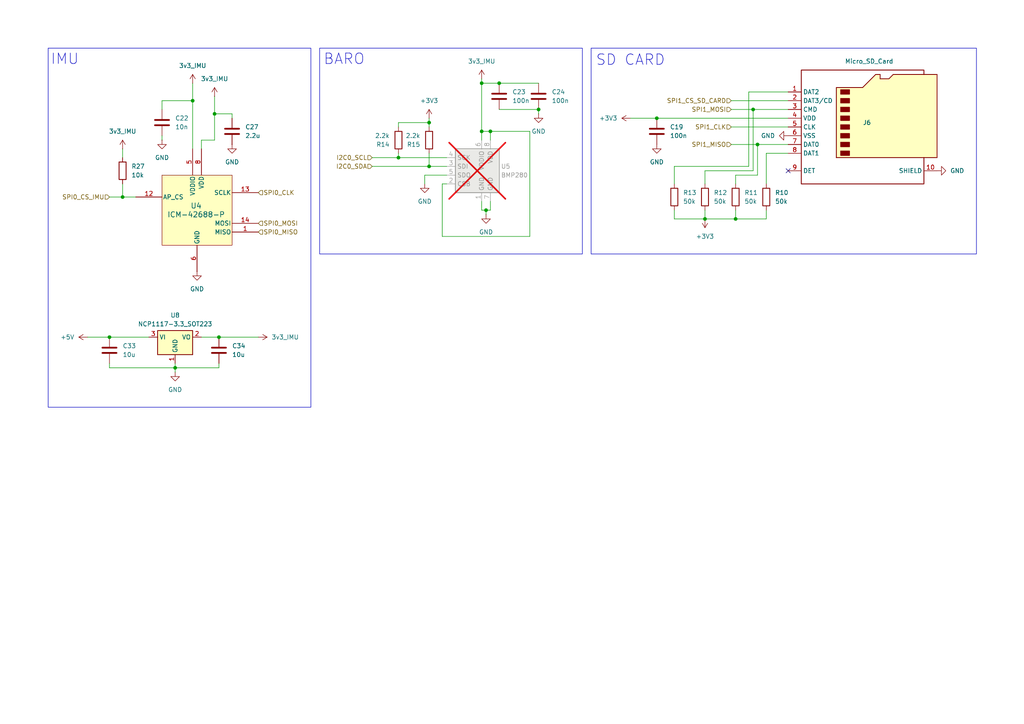
<source format=kicad_sch>
(kicad_sch (version 20250114) (generator "eeschema") (generator_version "9.0")
  (paper "A4")
  (lib_symbols
    (symbol "Device:C" (pin_numbers (hide yes)) (pin_names (offset 0.254))
      (property "Reference" "C" (at 0.635 2.54 0))
      (property "Value" "C" (at 0.635 -2.54 0))
      (symbol "C_0_1"
        (polyline (pts (xy -2.032 0.762) (xy 2.032 0.762)) (stroke (width 0.508)))
        (polyline (pts (xy -2.032 -0.762) (xy 2.032 -0.762)) (stroke (width 0.508)))
      )
      (symbol "C_1_1"
        (pin passive line (at 0 3.81 270) (length 2.794) (name "~") (number "1"))
        (pin passive line (at 0 -3.81 90) (length 2.794) (name "~") (number "2"))
      )
    )
    (symbol "Device:R" (pin_numbers (hide yes)) (pin_names (offset 0))
      (property "Reference" "R" (at 2.032 0 90))
      (property "Value" "R" (at 0 0 90))
      (symbol "R_0_1"
        (rectangle (start -1.016 -2.54) (end 1.016 2.54) (stroke (width 0.254)))
      )
      (symbol "R_1_1"
        (pin passive line (at 0 3.81 270) (length 1.27) (name "~") (number "1"))
        (pin passive line (at 0 -3.81 90) (length 1.27) (name "~") (number "2"))
      )
    )
    (symbol "Regulator_Linear:NCP1117-3.3_SOT223"
      (property "Reference" "U" (at -3.81 3.175 0))
      (property "Value" "NCP1117-3.3_SOT223" (at 0 3.175 0))
      (symbol "NCP1117-3.3_SOT223_0_1"
        (rectangle (start -5.08 -5.08) (end 5.08 1.905) (stroke (width 0.254)) (fill (type background)))
      )
      (symbol "NCP1117-3.3_SOT223_1_1"
        (pin power_in line (at -7.62 0 0) (length 2.54) (name "VI") (number "3"))
        (pin power_in line (at 0 -7.62 90) (length 2.54) (name "GND") (number "1"))
        (pin power_out line (at 7.62 0 180) (length 2.54) (name "VO") (number "2"))
      )
    )
    (symbol "Sensor_Pressure:BMP280"
      (property "Reference" "U" (at -7.62 10.16 0))
      (property "Value" "BMP280" (at 5.08 10.16 0))
      (symbol "BMP280_0_1"
        (rectangle (start -7.62 -5.08) (end 5.08 7.62) (stroke (width 0.254)) (fill (type background)))
      )
      (symbol "BMP280_1_1"
        (pin input line (at -10.16 5.08 0) (length 2.54) (name "SCK") (number "4"))
        (pin bidirectional line (at -10.16 2.54 0) (length 2.54) (name "SDI") (number "3"))
        (pin bidirectional line (at -10.16 0 0) (length 2.54) (name "SDO") (number "5"))
        (pin input line (at -10.16 -2.54 0) (length 2.54) (name "CSB") (number "2"))
        (pin power_in line (at 0 10.16 270) (length 2.54) (name "VDDIO") (number "6"))
        (pin power_in line (at 0 -7.62 90) (length 2.54) (name "GND") (number "1"))
        (pin power_in line (at 2.54 10.16 270) (length 2.54) (name "VDD") (number "8"))
        (pin power_in line (at 2.54 -7.62 90) (length 2.54) (name "GND") (number "7"))
      )
    )
    (symbol "fc_board:3v3_IMU" (power) (pin_numbers (hide yes)) (pin_names (offset 0) (hide yes))
      (property "Value" "3v3_IMU" (at 0 3.556 0))
      (symbol "3v3_IMU_0_1"
        (polyline (pts (xy -0.762 1.27) (xy 0 2.54)))
        (polyline (pts (xy 0 2.54) (xy 0.762 1.27)))
        (polyline (pts (xy 0 0) (xy 0 2.54)))
      )
      (symbol "3v3_IMU_1_1"
        (pin power_in line (at 0 0 90) (length 0) (name "~") (number "1"))
      )
    )
    (symbol "fc_board:ICM-42688-P" (pin_names (offset 0.254))
      (property "Reference" "U" (at 0 1.778 0))
      (property "Value" "ICM-42688-P" (at 0 -0.762 0))
      (symbol "ICM-42688-P_0_1"
        (pin input line (at -17.78 3.81 0) (length 7.62) (name "AP_CS") (number "12"))
        (pin no_connect line (at -17.78 -3.81 0) (length 7.62) (hide yes) (name "RESV") (number "10"))
        (pin no_connect line (at -17.78 -3.81 0) (length 7.62) (hide yes) (name "RESV") (number "11"))
        (pin no_connect line (at -17.78 -3.81 0) (length 7.62) (hide yes) (name "RESV") (number "2"))
        (pin no_connect line (at -17.78 -3.81 0) (length 7.62) (hide yes) (name "RESV") (number "3"))
        (pin bidirectional line (at -17.78 -3.81 0) (length 7.62) (hide yes) (name "INT1/INT") (number "4"))
        (pin no_connect line (at -17.78 -3.81 0) (length 7.62) (hide yes) (name "RESV") (number "7"))
        (pin bidirectional line (at -17.78 -3.81 0) (length 7.62) (hide yes) (name "INT2/FSYNC/CLKIN") (number "9"))
        (pin power_in line (at -1.27 17.78 270) (length 7.62) (name "VDDIO") (number "5"))
        (pin power_out line (at 0 -17.78 90) (length 7.62) (name "GND") (number "6"))
        (pin power_in line (at 1.27 17.78 270) (length 7.62) (name "VDD") (number "8"))
        (pin input line (at 17.78 5.08 180) (length 7.62) (name "SCLK") (number "13"))
        (pin bidirectional line (at 17.78 -3.81 180) (length 7.62) (name "MOSI") (number "14"))
        (pin output line (at 17.78 -6.35 180) (length 7.62) (name "MISO") (number "1"))
      )
      (symbol "ICM-42688-P_1_1"
        (rectangle (start -10.16 10.16) (end 10.16 -10.16) (fill (type background)))
      )
    )
    (symbol "fc_board:Micro_SD_Card"
      (property "Reference" "J" (at -16.51 17.78 0))
      (property "Value" "Micro_SD_Card" (at 16.51 17.78 0))
      (symbol "Micro_SD_Card_0_1"
        (polyline (pts (xy -8.89 -8.89) (xy -8.89 11.43) (xy -1.27 11.43) (xy 2.54 15.24) (xy 3.81 15.24) (xy 3.81 13.97) (xy 6.35 13.97) (xy 7.62 15.24) (xy 20.32 15.24) (xy 20.32 -8.89) (xy -8.89 -8.89)) (stroke (width 0.254)) (fill (type background)))
        (rectangle (start -7.62 10.795) (end -5.08 9.525) (stroke (width 0.254)) (fill (type outline)))
        (rectangle (start -7.62 8.255) (end -5.08 6.985) (stroke (width 0.254)) (fill (type outline)))
        (rectangle (start -7.62 5.715) (end -5.08 4.445) (stroke (width 0.254)) (fill (type outline)))
        (rectangle (start -7.62 3.175) (end -5.08 1.905) (stroke (width 0.254)) (fill (type outline)))
        (rectangle (start -7.62 0.635) (end -5.08 -0.635) (stroke (width 0.254)) (fill (type outline)))
        (rectangle (start -7.62 -1.905) (end -5.08 -3.175) (stroke (width 0.254)) (fill (type outline)))
        (rectangle (start -7.62 -4.445) (end -5.08 -5.715) (stroke (width 0.254)) (fill (type outline)))
        (rectangle (start -7.62 -6.985) (end -5.08 -8.255) (stroke (width 0.254)) (fill (type outline)))
        (polyline (pts (xy 16.51 15.24) (xy 16.51 16.51) (xy -19.05 16.51) (xy -19.05 -16.51) (xy 16.51 -16.51) (xy 16.51 -8.89)) (stroke (width 0.254)))
      )
      (symbol "Micro_SD_Card_1_1"
        (pin bidirectional line (at -22.86 10.16 0) (length 3.81) (name "DAT2") (number "1"))
        (pin bidirectional line (at -22.86 7.62 0) (length 3.81) (name "DAT3/CD") (number "2"))
        (pin input line (at -22.86 5.08 0) (length 3.81) (name "CMD") (number "3"))
        (pin power_in line (at -22.86 2.54 0) (length 3.81) (name "VDD") (number "4"))
        (pin input line (at -22.86 0 0) (length 3.81) (name "CLK") (number "5"))
        (pin power_in line (at -22.86 -2.54 0) (length 3.81) (name "VSS") (number "6"))
        (pin bidirectional line (at -22.86 -5.08 0) (length 3.81) (name "DAT0") (number "7"))
        (pin bidirectional line (at -22.86 -7.62 0) (length 3.81) (name "DAT1") (number "8"))
        (pin passive line (at -22.86 -12.7 0) (length 3.81) (name "DET") (number "9"))
        (pin passive line (at 20.32 -12.7 180) (length 3.81) (name "SHIELD") (number "10"))
        (pin passive line (at 20.32 -12.7 180) (length 3.81) (hide yes) (name "SHIELD") (number "G1"))
        (pin passive line (at 20.32 -12.7 180) (length 3.81) (hide yes) (name "SHIELD") (number "G2"))
        (pin passive line (at 20.32 -12.7 180) (length 3.81) (hide yes) (name "SHIELD") (number "G3"))
        (pin passive line (at 20.32 -12.7 180) (length 3.81) (hide yes) (name "SHIELD") (number "G4"))
      )
    )
    (symbol "power:+3V3" (power) (pin_numbers (hide yes)) (pin_names (offset 0) (hide yes))
      (property "Value" "+3V3" (at 0 3.556 0))
      (symbol "+3V3_0_1"
        (polyline (pts (xy -0.762 1.27) (xy 0 2.54)))
        (polyline (pts (xy 0 2.54) (xy 0.762 1.27)))
        (polyline (pts (xy 0 0) (xy 0 2.54)))
      )
      (symbol "+3V3_1_1"
        (pin power_in line (at 0 0 90) (length 0) (name "~") (number "1"))
      )
    )
    (symbol "power:+5V" (power) (pin_numbers (hide yes)) (pin_names (offset 0) (hide yes))
      (property "Value" "+5V" (at 0 3.556 0))
      (symbol "+5V_0_1"
        (polyline (pts (xy -0.762 1.27) (xy 0 2.54)))
        (polyline (pts (xy 0 2.54) (xy 0.762 1.27)))
        (polyline (pts (xy 0 0) (xy 0 2.54)))
      )
      (symbol "+5V_1_1"
        (pin power_in line (at 0 0 90) (length 0) (name "~") (number "1"))
      )
    )
    (symbol "power:GND" (power) (pin_numbers (hide yes)) (pin_names (offset 0) (hide yes))
      (property "Value" "GND" (at 0 -3.81 0))
      (symbol "GND_0_1"
        (polyline (pts (xy 0 0) (xy 0 -1.27) (xy 1.27 -1.27) (xy 0 -2.54) (xy -1.27 -1.27) (xy 0 -1.27)))
      )
      (symbol "GND_1_1"
        (pin power_in line (at 0 0 270) (length 0) (name "~") (number "1"))
      )
    )
  )
  (rectangle (start 171.45 13.97) (end 283.21 73.66))
  (rectangle (start 92.71 13.97) (end 168.91 73.66))
  (rectangle (start 13.97 13.97) (end 90.17 118.11))
  (text "IMU" (at 18.796 17.272 0) (effects (font (size 3.048 3.048))))
  (text "BARO" (at 99.822 17.272 0) (effects (font (size 3.048 3.048))))
  (text "SD CARD" (at 182.88 17.526 0) (effects (font (size 3.048 3.048))))
  (junction (at 219.71 41.91))
  (junction (at 124.46 35.56))
  (junction (at 213.36 63.5))
  (junction (at 31.75 97.79))
  (junction (at 144.78 24.13))
  (junction (at 140.97 60.96))
  (junction (at 62.23 33.02))
  (junction (at 190.5 34.29))
  (junction (at 124.46 48.26))
  (junction (at 115.57 45.72))
  (junction (at 218.44 31.75))
  (junction (at 50.8 106.68))
  (junction (at 35.56 57.15))
  (junction (at 63.5 97.79))
  (junction (at 156.21 31.75))
  (junction (at 139.7 24.13))
  (junction (at 142.24 38.1))
  (junction (at 139.7 38.1))
  (junction (at 204.47 63.5))
  (junction (at 55.88 29.21))
  (no_connect (at 228.6 49.53))
  (wire (pts (xy 50.8 106.68) (xy 50.8 105.41)))
  (wire (pts (xy 139.7 58.42) (xy 139.7 60.96)))
  (wire (pts (xy 107.95 45.72) (xy 115.57 45.72)))
  (wire (pts (xy 156.21 33.02) (xy 156.21 31.75)))
  (wire (pts (xy 190.5 34.29) (xy 228.6 34.29)))
  (wire (pts (xy 139.7 22.86) (xy 139.7 24.13)))
  (wire (pts (xy 63.5 106.68) (xy 50.8 106.68)))
  (wire (pts (xy 62.23 27.94) (xy 62.23 33.02)))
  (wire (pts (xy 128.27 68.58) (xy 153.67 68.58)))
  (wire (pts (xy 31.75 105.41) (xy 31.75 106.68)))
  (wire (pts (xy 124.46 34.29) (xy 124.46 35.56)))
  (wire (pts (xy 46.99 31.75) (xy 46.99 29.21)))
  (wire (pts (xy 217.17 48.26) (xy 195.58 48.26)))
  (wire (pts (xy 115.57 45.72) (xy 129.54 45.72)))
  (wire (pts (xy 182.88 34.29) (xy 190.5 34.29)))
  (wire (pts (xy 31.75 97.79) (xy 43.18 97.79)))
  (wire (pts (xy 124.46 44.45) (xy 124.46 48.26)))
  (wire (pts (xy 144.78 24.13) (xy 156.21 24.13)))
  (wire (pts (xy 142.24 38.1) (xy 153.67 38.1)))
  (wire (pts (xy 212.09 36.83) (xy 228.6 36.83)))
  (wire (pts (xy 62.23 33.02) (xy 67.31 33.02)))
  (wire (pts (xy 62.23 33.02) (xy 62.23 40.64)))
  (wire (pts (xy 222.25 44.45) (xy 222.25 53.34)))
  (wire (pts (xy 228.6 26.67) (xy 217.17 26.67)))
  (wire (pts (xy 124.46 48.26) (xy 129.54 48.26)))
  (wire (pts (xy 35.56 57.15) (xy 39.37 57.15)))
  (wire (pts (xy 142.24 60.96) (xy 142.24 58.42)))
  (wire (pts (xy 213.36 63.5) (xy 222.25 63.5)))
  (wire (pts (xy 46.99 29.21) (xy 55.88 29.21)))
  (wire (pts (xy 218.44 49.53) (xy 204.47 49.53)))
  (wire (pts (xy 139.7 60.96) (xy 140.97 60.96)))
  (wire (pts (xy 58.42 40.64) (xy 58.42 43.18)))
  (wire (pts (xy 219.71 41.91) (xy 228.6 41.91)))
  (wire (pts (xy 55.88 24.13) (xy 55.88 29.21)))
  (wire (pts (xy 128.27 53.34) (xy 129.54 53.34)))
  (wire (pts (xy 195.58 63.5) (xy 204.47 63.5)))
  (wire (pts (xy 139.7 38.1) (xy 139.7 40.64)))
  (wire (pts (xy 139.7 24.13) (xy 144.78 24.13)))
  (wire (pts (xy 107.95 48.26) (xy 124.46 48.26)))
  (wire (pts (xy 212.09 41.91) (xy 219.71 41.91)))
  (wire (pts (xy 212.09 31.75) (xy 218.44 31.75)))
  (wire (pts (xy 123.19 53.34) (xy 123.19 50.8)))
  (wire (pts (xy 50.8 107.95) (xy 50.8 106.68)))
  (wire (pts (xy 195.58 60.96) (xy 195.58 63.5)))
  (wire (pts (xy 115.57 35.56) (xy 124.46 35.56)))
  (wire (pts (xy 115.57 35.56) (xy 115.57 36.83)))
  (wire (pts (xy 67.31 33.02) (xy 67.31 34.29)))
  (wire (pts (xy 228.6 44.45) (xy 222.25 44.45)))
  (wire (pts (xy 35.56 43.18) (xy 35.56 45.72)))
  (wire (pts (xy 212.09 29.21) (xy 228.6 29.21)))
  (wire (pts (xy 218.44 31.75) (xy 218.44 49.53)))
  (wire (pts (xy 204.47 49.53) (xy 204.47 53.34)))
  (wire (pts (xy 128.27 53.34) (xy 128.27 68.58)))
  (wire (pts (xy 139.7 38.1) (xy 142.24 38.1)))
  (wire (pts (xy 222.25 63.5) (xy 222.25 60.96)))
  (wire (pts (xy 115.57 44.45) (xy 115.57 45.72)))
  (wire (pts (xy 213.36 60.96) (xy 213.36 63.5)))
  (wire (pts (xy 63.5 97.79) (xy 74.93 97.79)))
  (wire (pts (xy 140.97 62.23) (xy 140.97 60.96)))
  (wire (pts (xy 31.75 57.15) (xy 35.56 57.15)))
  (wire (pts (xy 35.56 53.34) (xy 35.56 57.15)))
  (wire (pts (xy 139.7 24.13) (xy 139.7 38.1)))
  (wire (pts (xy 144.78 31.75) (xy 156.21 31.75)))
  (wire (pts (xy 219.71 50.8) (xy 213.36 50.8)))
  (wire (pts (xy 218.44 31.75) (xy 228.6 31.75)))
  (wire (pts (xy 63.5 105.41) (xy 63.5 106.68)))
  (wire (pts (xy 195.58 48.26) (xy 195.58 53.34)))
  (wire (pts (xy 142.24 38.1) (xy 142.24 40.64)))
  (wire (pts (xy 204.47 63.5) (xy 213.36 63.5)))
  (wire (pts (xy 140.97 60.96) (xy 142.24 60.96)))
  (wire (pts (xy 124.46 35.56) (xy 124.46 36.83)))
  (wire (pts (xy 204.47 60.96) (xy 204.47 63.5)))
  (wire (pts (xy 123.19 50.8) (xy 129.54 50.8)))
  (wire (pts (xy 217.17 26.67) (xy 217.17 48.26)))
  (wire (pts (xy 55.88 29.21) (xy 55.88 43.18)))
  (wire (pts (xy 58.42 97.79) (xy 63.5 97.79)))
  (wire (pts (xy 62.23 40.64) (xy 58.42 40.64)))
  (wire (pts (xy 213.36 50.8) (xy 213.36 53.34)))
  (wire (pts (xy 153.67 68.58) (xy 153.67 38.1)))
  (wire (pts (xy 46.99 40.64) (xy 46.99 39.37)))
  (wire (pts (xy 25.4 97.79) (xy 31.75 97.79)))
  (wire (pts (xy 31.75 106.68) (xy 50.8 106.68)))
  (wire (pts (xy 219.71 41.91) (xy 219.71 50.8)))
  (hierarchical_label "SPI1_CLK" (shape input) (at 212.09 36.83 180))
  (hierarchical_label "SPI0_MISO" (shape input) (at 74.93 67.31 0))
  (hierarchical_label "I2C0_SCL" (shape input) (at 107.95 45.72 180))
  (hierarchical_label "SPI0_CLK" (shape input) (at 74.93 55.88 0))
  (hierarchical_label "SPI1_MISO" (shape input) (at 212.09 41.91 180))
  (hierarchical_label "I2C0_SDA" (shape input) (at 107.95 48.26 180))
  (hierarchical_label "SPI1_MOSI" (shape input) (at 212.09 31.75 180))
  (hierarchical_label "SPI0_MOSI" (shape input) (at 74.93 64.77 0))
  (hierarchical_label "SPI0_CS_IMU" (shape input) (at 31.75 57.15 180))
  (hierarchical_label "SPI1_CS_SD_CARD" (shape input) (at 212.09 29.21 180))
  (symbol (lib_id "Device:C") (at 190.5 38.1 0) (unit 1)
    (property "Reference" "C19" (at 194.31 36.8299 0) (effects (justify left)))
    (property "Value" "100n" (at 194.31 39.3699 0) (effects (justify left)))
    (property "Footprint" "Capacitor_SMD:C_0402_1005Metric" (effects (hide yes)))
    (property "Description" "Unpolarized capacitor" (effects (hide yes)))
  )
  (symbol (lib_id "Device:C") (at 31.75 101.6 0) (unit 1)
    (property "Reference" "C33" (at 35.56 100.3299 0) (effects (justify left)))
    (property "Value" "10u" (at 35.56 102.8699 0) (effects (justify left)))
    (property "Footprint" "Capacitor_SMD:C_0805_2012Metric" (effects (hide yes)))
    (property "Description" "Unpolarized capacitor" (effects (hide yes)))
  )
  (symbol (lib_id "power:+3V3") (at 124.46 34.29 0) (mirror y) (unit 1)
    (property "Reference" "#PWR043" (effects (hide yes)))
    (property "Value" "+3V3" (at 124.46 29.21 0))
    (property "Description" "Power symbol creates a global label with name \"+3V3\"" (effects (hide yes)))
  )
  (symbol (lib_id "power:GND") (at 67.31 41.91 0) (unit 1)
    (property "Reference" "#PWR067" (effects (hide yes)))
    (property "Value" "GND" (at 67.31 46.99 0))
    (property "Description" "Power symbol creates a global label with name \"GND\" , ground" (effects (hide yes)))
  )
  (symbol (lib_id "power:GND") (at 57.15 78.74 0) (unit 1)
    (property "Reference" "#PWR026" (effects (hide yes)))
    (property "Value" "GND" (at 57.15 83.82 0))
    (property "Description" "Power symbol creates a global label with name \"GND\" , ground" (effects (hide yes)))
  )
  (symbol (lib_id "power:GND") (at 190.5 41.91 0) (unit 1)
    (property "Reference" "#PWR044" (effects (hide yes)))
    (property "Value" "GND" (at 190.5 46.99 0))
    (property "Description" "Power symbol creates a global label with name \"GND\" , ground" (effects (hide yes)))
  )
  (symbol (lib_id "Device:R") (at 195.58 57.15 0) (unit 1)
    (property "Reference" "R13" (at 198.12 55.8799 0) (effects (justify left)))
    (property "Value" "50k" (at 198.12 58.4199 0) (effects (justify left)))
    (property "Footprint" "Resistor_SMD:R_0402_1005Metric" (effects (hide yes)))
    (property "Description" "Resistor" (effects (hide yes)))
  )
  (symbol (lib_id "fc_board:3v3_IMU") (at 62.23 27.94 0) (unit 1)
    (property "Reference" "#PWR087" (effects (hide yes)))
    (property "Value" "3v3_IMU" (at 62.23 22.86 0))
    (property "Description" "Power symbol creates a global label with name {dblquote}3v3_IMU{dblquote}" (effects (hide yes)))
  )
  (symbol (lib_id "Device:R") (at 204.47 57.15 0) (unit 1)
    (property "Reference" "R12" (at 207.01 55.8799 0) (effects (justify left)))
    (property "Value" "50k" (at 207.01 58.4199 0) (effects (justify left)))
    (property "Footprint" "Resistor_SMD:R_0402_1005Metric" (effects (hide yes)))
    (property "Description" "Resistor" (effects (hide yes)))
  )
  (symbol (lib_id "power:GND") (at 46.99 40.64 0) (unit 1)
    (property "Reference" "#PWR045" (effects (hide yes)))
    (property "Value" "GND" (at 46.99 45.72 0))
    (property "Description" "Power symbol creates a global label with name \"GND\" , ground" (effects (hide yes)))
  )
  (symbol (lib_id "fc_board:3v3_IMU") (at 55.88 24.13 0) (unit 1)
    (property "Reference" "#PWR028" (effects (hide yes)))
    (property "Value" "3v3_IMU" (at 55.88 19.05 0))
    (property "Description" "Power symbol creates a global label with name {dblquote}3v3_IMU{dblquote}" (effects (hide yes)))
  )
  (symbol (lib_id "power:GND") (at 228.6 39.37 270) (unit 1)
    (property "Reference" "#PWR042" (effects (hide yes)))
    (property "Value" "GND" (at 224.79 39.3699 90) (effects (justify right)))
    (property "Description" "Power symbol creates a global label with name \"GND\" , ground" (effects (hide yes)))
  )
  (symbol (lib_id "Device:R") (at 35.56 49.53 0) (unit 1)
    (property "Reference" "R27" (at 38.1 48.2599 0) (effects (justify left)))
    (property "Value" "10k" (at 38.1 50.7999 0) (effects (justify left)))
    (property "Footprint" "Resistor_SMD:R_0402_1005Metric" (effects (hide yes)))
    (property "Description" "Resistor" (effects (hide yes)))
  )
  (symbol (lib_id "Device:R") (at 222.25 57.15 0) (unit 1)
    (property "Reference" "R10" (at 224.79 55.8799 0) (effects (justify left)))
    (property "Value" "50k" (at 224.79 58.4199 0) (effects (justify left)))
    (property "Footprint" "Resistor_SMD:R_0402_1005Metric" (effects (hide yes)))
    (property "Description" "Resistor" (effects (hide yes)))
  )
  (symbol (lib_id "Device:C") (at 67.31 38.1 180) (unit 1)
    (property "Reference" "C27" (at 71.12 36.8299 0) (effects (justify right)))
    (property "Value" "2.2u" (at 71.12 39.3699 0) (effects (justify right)))
    (property "Footprint" "Capacitor_SMD:C_0402_1005Metric" (effects (hide yes)))
    (property "Description" "Unpolarized capacitor" (effects (hide yes)))
  )
  (symbol (lib_id "fc_board:3v3_IMU") (at 35.56 43.18 0) (unit 1)
    (property "Reference" "#PWR065" (effects (hide yes)))
    (property "Value" "3v3_IMU" (at 35.56 38.1 0))
    (property "Description" "Power symbol creates a global label with name {dblquote}3v3_IMU{dblquote}" (effects (hide yes)))
  )
  (symbol (lib_id "fc_board:3v3_IMU") (at 74.93 97.79 270) (unit 1)
    (property "Reference" "#PWR086" (effects (hide yes)))
    (property "Value" "3v3_IMU" (at 78.74 97.7899 90) (effects (justify left)))
    (property "Description" "Power symbol creates a global label with name {dblquote}3v3_IMU{dblquote}" (effects (hide yes)))
  )
  (symbol (lib_id "Device:C") (at 63.5 101.6 0) (unit 1)
    (property "Reference" "C34" (at 67.31 100.3299 0) (effects (justify left)))
    (property "Value" "10u" (at 67.31 102.8699 0) (effects (justify left)))
    (property "Footprint" "Capacitor_SMD:C_0805_2012Metric" (effects (hide yes)))
    (property "Description" "Unpolarized capacitor" (effects (hide yes)))
  )
  (symbol (lib_id "power:GND") (at 156.21 33.02 0) (unit 1)
    (property "Reference" "#PWR033" (effects (hide yes)))
    (property "Value" "GND" (at 156.21 38.1 0))
    (property "Description" "Power symbol creates a global label with name \"GND\" , ground" (effects (hide yes)))
  )
  (symbol (lib_id "Device:C") (at 46.99 35.56 0) (unit 1)
    (property "Reference" "C22" (at 50.8 34.2899 0) (effects (justify left)))
    (property "Value" "10n" (at 50.8 36.8299 0) (effects (justify left)))
    (property "Footprint" "Capacitor_SMD:C_0402_1005Metric" (effects (hide yes)))
    (property "Description" "Unpolarized capacitor" (effects (hide yes)))
  )
  (symbol (lib_id "power:GND") (at 50.8 107.95 0) (unit 1)
    (property "Reference" "#PWR085" (effects (hide yes)))
    (property "Value" "GND" (at 50.8 113.03 0))
    (property "Description" "Power symbol creates a global label with name \"GND\" , ground" (effects (hide yes)))
  )
  (symbol (lib_id "fc_board:Micro_SD_Card") (at 251.46 36.83 0) (unit 1)
    (property "Reference" "J6" (at 251.46 35.56 0))
    (property "Value" "Micro_SD_Card" (at 252.095 17.78 0))
    (property "Footprint" "fc_board:MOLEX_104031-0811" (effects (hide yes)))
    (property "Datasheet" "https://datasheet.lcsc.com/lcsc/2110151630_XKB-Connectivity-XKTF-015-N_C381082.pdf" (effects (hide yes)))
    (property "Description" "Micro SD Card Socket with one card detection pin" (effects (hide yes)))
  )
  (symbol (lib_id "Device:C") (at 144.78 27.94 0) (unit 1)
    (property "Reference" "C23" (at 148.59 26.6699 0) (effects (justify left)))
    (property "Value" "100n" (at 148.59 29.2099 0) (effects (justify left)))
    (property "Footprint" "Capacitor_SMD:C_0402_1005Metric" (effects (hide yes)))
    (property "Description" "Unpolarized capacitor" (effects (hide yes)))
  )
  (symbol (lib_id "power:+3V3") (at 204.47 63.5 180) (unit 1)
    (property "Reference" "#PWR053" (effects (hide yes)))
    (property "Value" "+3V3" (at 204.47 68.58 0))
    (property "Description" "Power symbol creates a global label with name \"+3V3\"" (effects (hide yes)))
  )
  (symbol (lib_id "power:GND") (at 271.78 49.53 90) (unit 1)
    (property "Reference" "#PWR034" (effects (hide yes)))
    (property "Value" "GND" (at 275.59 49.5299 90) (effects (justify right)))
    (property "Description" "Power symbol creates a global label with name \"GND\" , ground" (effects (hide yes)))
  )
  (symbol (lib_id "power:+5V") (at 25.4 97.79 90) (unit 1)
    (property "Reference" "#PWR084" (effects (hide yes)))
    (property "Value" "+5V" (at 21.59 97.7899 90) (effects (justify left)))
    (property "Description" "Power symbol creates a global label with name \"+5V\"" (effects (hide yes)))
  )
  (symbol (lib_id "Device:R") (at 213.36 57.15 0) (unit 1)
    (property "Reference" "R11" (at 215.9 55.8799 0) (effects (justify left)))
    (property "Value" "50k" (at 215.9 58.4199 0) (effects (justify left)))
    (property "Footprint" "Resistor_SMD:R_0402_1005Metric" (effects (hide yes)))
    (property "Description" "Resistor" (effects (hide yes)))
  )
  (symbol (lib_id "Device:C") (at 156.21 27.94 0) (unit 1)
    (property "Reference" "C24" (at 160.02 26.6699 0) (effects (justify left)))
    (property "Value" "100n" (at 160.02 29.2099 0) (effects (justify left)))
    (property "Footprint" "Capacitor_SMD:C_0402_1005Metric" (effects (hide yes)))
    (property "Description" "Unpolarized capacitor" (effects (hide yes)))
  )
  (symbol (lib_id "power:+3V3") (at 182.88 34.29 90) (unit 1)
    (property "Reference" "#PWR035" (effects (hide yes)))
    (property "Value" "+3V3" (at 179.07 34.2899 90) (effects (justify left)))
    (property "Description" "Power symbol creates a global label with name \"+3V3\"" (effects (hide yes)))
  )
  (symbol (lib_id "Device:R") (at 124.46 40.64 180) (unit 1)
    (property "Reference" "R15" (at 121.92 41.9101 0) (effects (justify left)))
    (property "Value" "2.2k" (at 121.92 39.3701 0) (effects (justify left)))
    (property "Footprint" "Resistor_SMD:R_0402_1005Metric" (effects (hide yes)))
    (property "Description" "Resistor" (effects (hide yes)))
  )
  (symbol (lib_id "Sensor_Pressure:BMP280") (at 139.7 50.8 0) (unit 1) (dnp yes)
    (property "Reference" "U5" (at 145.288 48.26 0) (effects (justify left)))
    (property "Value" "BMP280" (at 145.288 50.8 0) (effects (justify left)))
    (property "Footprint" "fc_board:BMP280" (effects (hide yes)))
    (property "Datasheet" "https://ae-bst.resource.bosch.com/media/_tech/media/datasheets/BST-BMP280-DS001.pdf" (effects (hide yes)))
    (property "Description" "Absolute Barometric Pressure Sensor, LGA-8" (effects (hide yes)))
  )
  (symbol (lib_id "fc_board:3v3_IMU") (at 139.7 22.86 0) (unit 1)
    (property "Reference" "#PWR032" (effects (hide yes)))
    (property "Value" "3v3_IMU" (at 139.7 17.78 0))
    (property "Description" "Power symbol creates a global label with name {dblquote}3v3_IMU{dblquote}" (effects (hide yes)))
  )
  (symbol (lib_id "fc_board:ICM-42688-P") (at 57.15 60.96 0) (unit 1)
    (property "Reference" "U4" (at 56.896 59.69 0) (effects (font (size 1.524 1.524))))
    (property "Value" "ICM-42688-P" (at 56.896 62.23 0) (effects (font (size 1.524 1.524))))
    (property "Footprint" "LGA14_2P5X3X0P91_TDK" (effects (hide yes)))
    (property "Datasheet" "ICM-42688-P" (effects (hide yes)))
  )
  (symbol (lib_id "power:GND") (at 140.97 62.23 0) (unit 1)
    (property "Reference" "#PWR029" (effects (hide yes)))
    (property "Value" "GND" (at 140.97 67.31 0))
    (property "Description" "Power symbol creates a global label with name \"GND\" , ground" (effects (hide yes)))
  )
  (symbol (lib_id "Device:R") (at 115.57 40.64 180) (unit 1)
    (property "Reference" "R14" (at 113.03 41.9101 0) (effects (justify left)))
    (property "Value" "2.2k" (at 113.03 39.3701 0) (effects (justify left)))
    (property "Footprint" "Resistor_SMD:R_0402_1005Metric" (effects (hide yes)))
    (property "Description" "Resistor" (effects (hide yes)))
  )
  (symbol (lib_id "power:GND") (at 123.19 53.34 0) (unit 1)
    (property "Reference" "#PWR031" (effects (hide yes)))
    (property "Value" "GND" (at 123.19 58.42 0))
    (property "Description" "Power symbol creates a global label with name \"GND\" , ground" (effects (hide yes)))
  )
  (symbol (lib_id "Regulator_Linear:NCP1117-3.3_SOT223") (at 50.8 97.79 0) (unit 1)
    (property "Reference" "U8" (at 50.8 91.44 0))
    (property "Value" "NCP1117-3.3_SOT223" (at 50.8 93.98 0))
    (property "Footprint" "Package_TO_SOT_SMD:SOT-223-3_TabPin2" (effects (hide yes)))
    (property "Datasheet" "http://www.onsemi.com/pub_link/Collateral/NCP1117-D.PDF" (effects (hide yes)))
    (property "Description" "1A Low drop-out regulator, Fixed Output 3.3V, SOT-223" (effects (hide yes)))
  )
)
</source>
